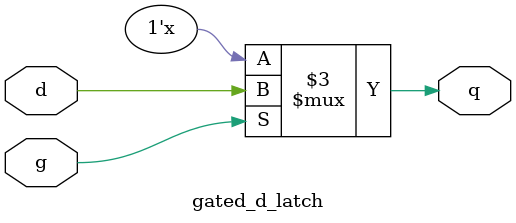
<source format=v>
module gated_d_latch (
		input d,g,
		output reg q);
		
always@(d,g,q)
begin 

	if (g)
		q = d;
	else
		q = q;

end
endmodule
</source>
